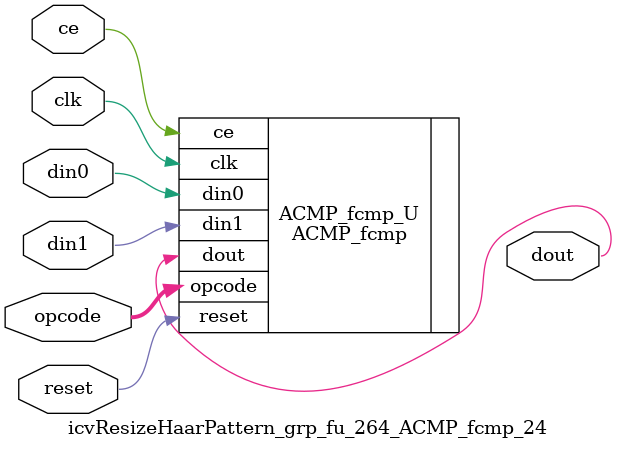
<source format=v>

`timescale 1 ns / 1 ps
module icvResizeHaarPattern_grp_fu_264_ACMP_fcmp_24(
    clk,
    reset,
    ce,
    din0,
    din1,
    opcode,
    dout);

parameter ID = 32'd1;
parameter NUM_STAGE = 32'd1;
parameter din0_WIDTH = 32'd1;
parameter din1_WIDTH = 32'd1;
parameter dout_WIDTH = 32'd1;
input clk;
input reset;
input ce;
input[din0_WIDTH - 1:0] din0;
input[din1_WIDTH - 1:0] din1;
input[5 - 1:0] opcode;
output[dout_WIDTH - 1:0] dout;



ACMP_fcmp #(
.ID( ID ),
.NUM_STAGE( 3 ),
.din0_WIDTH( din0_WIDTH ),
.din1_WIDTH( din1_WIDTH ),
.dout_WIDTH( dout_WIDTH ))
ACMP_fcmp_U(
    .clk( clk ),
    .reset( reset ),
    .ce( ce ),
    .din0( din0 ),
    .din1( din1 ),
    .dout( dout ),
    .opcode( opcode ));

endmodule

</source>
